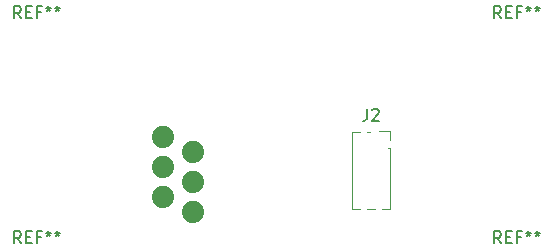
<source format=gbr>
%TF.GenerationSoftware,KiCad,Pcbnew,7.0.10-7.0.10~ubuntu22.04.1*%
%TF.CreationDate,2024-01-29T20:12:13+05:30*%
%TF.ProjectId,bir-pms7003-rj11,6269722d-706d-4733-9730-30332d726a31,rev?*%
%TF.SameCoordinates,Original*%
%TF.FileFunction,Legend,Top*%
%TF.FilePolarity,Positive*%
%FSLAX46Y46*%
G04 Gerber Fmt 4.6, Leading zero omitted, Abs format (unit mm)*
G04 Created by KiCad (PCBNEW 7.0.10-7.0.10~ubuntu22.04.1) date 2024-01-29 20:12:13*
%MOMM*%
%LPD*%
G01*
G04 APERTURE LIST*
%ADD10C,0.150000*%
%ADD11C,0.120000*%
%ADD12C,1.879600*%
G04 APERTURE END LIST*
D10*
X109156666Y-61024819D02*
X108823333Y-60548628D01*
X108585238Y-61024819D02*
X108585238Y-60024819D01*
X108585238Y-60024819D02*
X108966190Y-60024819D01*
X108966190Y-60024819D02*
X109061428Y-60072438D01*
X109061428Y-60072438D02*
X109109047Y-60120057D01*
X109109047Y-60120057D02*
X109156666Y-60215295D01*
X109156666Y-60215295D02*
X109156666Y-60358152D01*
X109156666Y-60358152D02*
X109109047Y-60453390D01*
X109109047Y-60453390D02*
X109061428Y-60501009D01*
X109061428Y-60501009D02*
X108966190Y-60548628D01*
X108966190Y-60548628D02*
X108585238Y-60548628D01*
X109585238Y-60501009D02*
X109918571Y-60501009D01*
X110061428Y-61024819D02*
X109585238Y-61024819D01*
X109585238Y-61024819D02*
X109585238Y-60024819D01*
X109585238Y-60024819D02*
X110061428Y-60024819D01*
X110823333Y-60501009D02*
X110490000Y-60501009D01*
X110490000Y-61024819D02*
X110490000Y-60024819D01*
X110490000Y-60024819D02*
X110966190Y-60024819D01*
X111490000Y-60024819D02*
X111490000Y-60262914D01*
X111251905Y-60167676D02*
X111490000Y-60262914D01*
X111490000Y-60262914D02*
X111728095Y-60167676D01*
X111347143Y-60453390D02*
X111490000Y-60262914D01*
X111490000Y-60262914D02*
X111632857Y-60453390D01*
X112251905Y-60024819D02*
X112251905Y-60262914D01*
X112013810Y-60167676D02*
X112251905Y-60262914D01*
X112251905Y-60262914D02*
X112490000Y-60167676D01*
X112109048Y-60453390D02*
X112251905Y-60262914D01*
X112251905Y-60262914D02*
X112394762Y-60453390D01*
X109156666Y-41974819D02*
X108823333Y-41498628D01*
X108585238Y-41974819D02*
X108585238Y-40974819D01*
X108585238Y-40974819D02*
X108966190Y-40974819D01*
X108966190Y-40974819D02*
X109061428Y-41022438D01*
X109061428Y-41022438D02*
X109109047Y-41070057D01*
X109109047Y-41070057D02*
X109156666Y-41165295D01*
X109156666Y-41165295D02*
X109156666Y-41308152D01*
X109156666Y-41308152D02*
X109109047Y-41403390D01*
X109109047Y-41403390D02*
X109061428Y-41451009D01*
X109061428Y-41451009D02*
X108966190Y-41498628D01*
X108966190Y-41498628D02*
X108585238Y-41498628D01*
X109585238Y-41451009D02*
X109918571Y-41451009D01*
X110061428Y-41974819D02*
X109585238Y-41974819D01*
X109585238Y-41974819D02*
X109585238Y-40974819D01*
X109585238Y-40974819D02*
X110061428Y-40974819D01*
X110823333Y-41451009D02*
X110490000Y-41451009D01*
X110490000Y-41974819D02*
X110490000Y-40974819D01*
X110490000Y-40974819D02*
X110966190Y-40974819D01*
X111490000Y-40974819D02*
X111490000Y-41212914D01*
X111251905Y-41117676D02*
X111490000Y-41212914D01*
X111490000Y-41212914D02*
X111728095Y-41117676D01*
X111347143Y-41403390D02*
X111490000Y-41212914D01*
X111490000Y-41212914D02*
X111632857Y-41403390D01*
X112251905Y-40974819D02*
X112251905Y-41212914D01*
X112013810Y-41117676D02*
X112251905Y-41212914D01*
X112251905Y-41212914D02*
X112490000Y-41117676D01*
X112109048Y-41403390D02*
X112251905Y-41212914D01*
X112251905Y-41212914D02*
X112394762Y-41403390D01*
X68516666Y-41974819D02*
X68183333Y-41498628D01*
X67945238Y-41974819D02*
X67945238Y-40974819D01*
X67945238Y-40974819D02*
X68326190Y-40974819D01*
X68326190Y-40974819D02*
X68421428Y-41022438D01*
X68421428Y-41022438D02*
X68469047Y-41070057D01*
X68469047Y-41070057D02*
X68516666Y-41165295D01*
X68516666Y-41165295D02*
X68516666Y-41308152D01*
X68516666Y-41308152D02*
X68469047Y-41403390D01*
X68469047Y-41403390D02*
X68421428Y-41451009D01*
X68421428Y-41451009D02*
X68326190Y-41498628D01*
X68326190Y-41498628D02*
X67945238Y-41498628D01*
X68945238Y-41451009D02*
X69278571Y-41451009D01*
X69421428Y-41974819D02*
X68945238Y-41974819D01*
X68945238Y-41974819D02*
X68945238Y-40974819D01*
X68945238Y-40974819D02*
X69421428Y-40974819D01*
X70183333Y-41451009D02*
X69850000Y-41451009D01*
X69850000Y-41974819D02*
X69850000Y-40974819D01*
X69850000Y-40974819D02*
X70326190Y-40974819D01*
X70850000Y-40974819D02*
X70850000Y-41212914D01*
X70611905Y-41117676D02*
X70850000Y-41212914D01*
X70850000Y-41212914D02*
X71088095Y-41117676D01*
X70707143Y-41403390D02*
X70850000Y-41212914D01*
X70850000Y-41212914D02*
X70992857Y-41403390D01*
X71611905Y-40974819D02*
X71611905Y-41212914D01*
X71373810Y-41117676D02*
X71611905Y-41212914D01*
X71611905Y-41212914D02*
X71850000Y-41117676D01*
X71469048Y-41403390D02*
X71611905Y-41212914D01*
X71611905Y-41212914D02*
X71754762Y-41403390D01*
X68516666Y-61024819D02*
X68183333Y-60548628D01*
X67945238Y-61024819D02*
X67945238Y-60024819D01*
X67945238Y-60024819D02*
X68326190Y-60024819D01*
X68326190Y-60024819D02*
X68421428Y-60072438D01*
X68421428Y-60072438D02*
X68469047Y-60120057D01*
X68469047Y-60120057D02*
X68516666Y-60215295D01*
X68516666Y-60215295D02*
X68516666Y-60358152D01*
X68516666Y-60358152D02*
X68469047Y-60453390D01*
X68469047Y-60453390D02*
X68421428Y-60501009D01*
X68421428Y-60501009D02*
X68326190Y-60548628D01*
X68326190Y-60548628D02*
X67945238Y-60548628D01*
X68945238Y-60501009D02*
X69278571Y-60501009D01*
X69421428Y-61024819D02*
X68945238Y-61024819D01*
X68945238Y-61024819D02*
X68945238Y-60024819D01*
X68945238Y-60024819D02*
X69421428Y-60024819D01*
X70183333Y-60501009D02*
X69850000Y-60501009D01*
X69850000Y-61024819D02*
X69850000Y-60024819D01*
X69850000Y-60024819D02*
X70326190Y-60024819D01*
X70850000Y-60024819D02*
X70850000Y-60262914D01*
X70611905Y-60167676D02*
X70850000Y-60262914D01*
X70850000Y-60262914D02*
X71088095Y-60167676D01*
X70707143Y-60453390D02*
X70850000Y-60262914D01*
X70850000Y-60262914D02*
X70992857Y-60453390D01*
X71611905Y-60024819D02*
X71611905Y-60262914D01*
X71373810Y-60167676D02*
X71611905Y-60262914D01*
X71611905Y-60262914D02*
X71850000Y-60167676D01*
X71469048Y-60453390D02*
X71611905Y-60262914D01*
X71611905Y-60262914D02*
X71754762Y-60453390D01*
X97837666Y-49643819D02*
X97837666Y-50358104D01*
X97837666Y-50358104D02*
X97790047Y-50500961D01*
X97790047Y-50500961D02*
X97694809Y-50596200D01*
X97694809Y-50596200D02*
X97551952Y-50643819D01*
X97551952Y-50643819D02*
X97456714Y-50643819D01*
X98266238Y-49739057D02*
X98313857Y-49691438D01*
X98313857Y-49691438D02*
X98409095Y-49643819D01*
X98409095Y-49643819D02*
X98647190Y-49643819D01*
X98647190Y-49643819D02*
X98742428Y-49691438D01*
X98742428Y-49691438D02*
X98790047Y-49739057D01*
X98790047Y-49739057D02*
X98837666Y-49834295D01*
X98837666Y-49834295D02*
X98837666Y-49929533D01*
X98837666Y-49929533D02*
X98790047Y-50072390D01*
X98790047Y-50072390D02*
X98218619Y-50643819D01*
X98218619Y-50643819D02*
X98837666Y-50643819D01*
D11*
%TO.C,J2*%
X96586000Y-51629000D02*
X96586000Y-58099000D01*
X99113530Y-58099000D02*
X99756000Y-58099000D01*
X99756000Y-52959000D02*
X99756000Y-58099000D01*
X99756000Y-51564000D02*
X99756000Y-52324000D01*
X96586000Y-51629000D02*
X97228470Y-51629000D01*
X97843530Y-58099000D02*
X98498470Y-58099000D01*
X96586000Y-58099000D02*
X97228470Y-58099000D01*
X97843530Y-51629000D02*
X98046000Y-51629000D01*
X98806000Y-51564000D02*
X99756000Y-51564000D01*
X99566000Y-52959000D02*
X99756000Y-52959000D01*
%TD*%
D12*
%TO.C,J1*%
X83132600Y-58426600D03*
X80592600Y-57156600D03*
X83132600Y-55886600D03*
X80592600Y-54616600D03*
X83132600Y-53346600D03*
X80592600Y-52076600D03*
%TD*%
M02*

</source>
